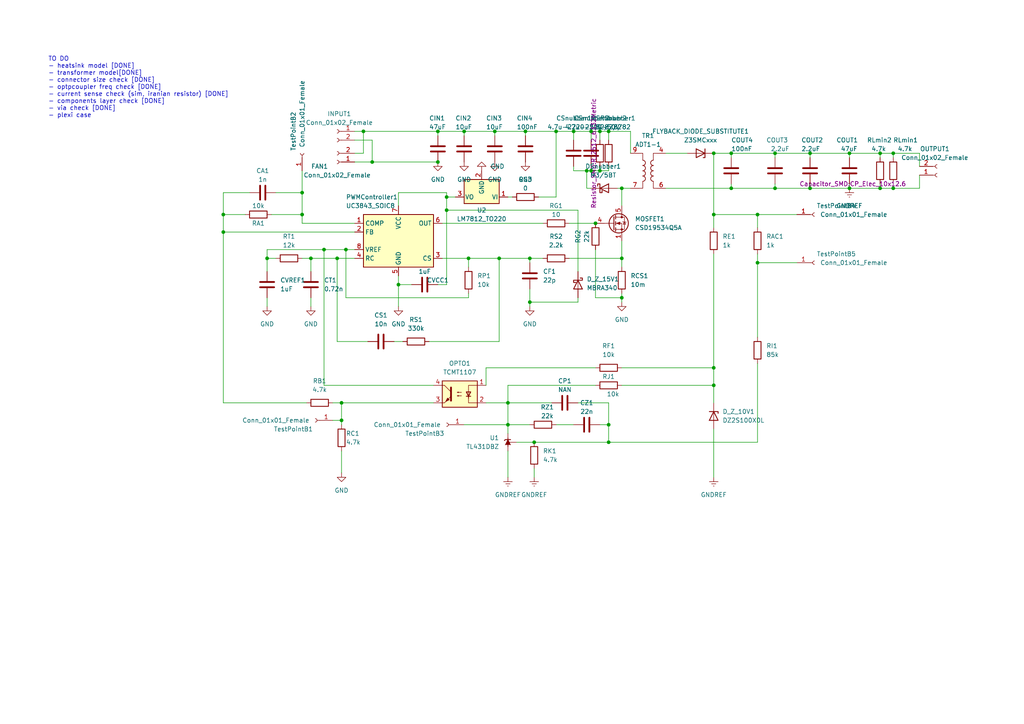
<source format=kicad_sch>
(kicad_sch (version 20211123) (generator eeschema)
  (paper "A4")
  (lib_symbols
    (symbol "Connector:Conn_01x01_Female" (pin_names (offset 1.016) hide)
      (property "Reference" "J" (at 0 2.54 0))
      (property "Value" "Conn_01x01_Female" (at 0 -2.54 0))
      (symbol "Conn_01x01_Female_1_1"
        (polyline (pts (xy -1.27 0) (xy -0.508 0)) (stroke (width 0.1524)))
        (arc (start 0 0.508) (mid -0.508 0) (end 0 -0.508) (stroke (width 0.1524)))
        (pin passive line (at -5.08 0 0) (length 3.81) (name "Pin_1") (number "1"))
      )
    )
    (symbol "Connector:Conn_01x02_Female" (pin_names (offset 1.016) hide)
      (property "Reference" "J" (at 0 2.54 0))
      (property "Value" "Conn_01x02_Female" (at 0 -5.08 0))
      (symbol "Conn_01x02_Female_1_1"
        (arc (start 0 -2.032) (mid -0.508 -2.54) (end 0 -3.048) (stroke (width 0.1524)))
        (polyline (pts (xy -1.27 -2.54) (xy -0.508 -2.54)) (stroke (width 0.1524)))
        (polyline (pts (xy -1.27 0) (xy -0.508 0)) (stroke (width 0.1524)))
        (arc (start 0 0.508) (mid -0.508 0) (end 0 -0.508) (stroke (width 0.1524)))
        (pin passive line (at -5.08 0 0) (length 3.81) (name "Pin_1") (number "1"))
        (pin passive line (at -5.08 -2.54 0) (length 3.81) (name "Pin_2") (number "2"))
      )
    )
    (symbol "Device:C" (pin_numbers hide) (pin_names (offset 0.254))
      (property "Reference" "C" (at 0.635 2.54 0))
      (property "Value" "C" (at 0.635 -2.54 0))
      (symbol "C_0_1"
        (polyline (pts (xy -2.032 -0.762) (xy 2.032 -0.762)) (stroke (width 0.508)))
        (polyline (pts (xy -2.032 0.762) (xy 2.032 0.762)) (stroke (width 0.508)))
      )
      (symbol "C_1_1"
        (pin passive line (at 0 3.81 270) (length 2.794) (name "~") (number "1"))
        (pin passive line (at 0 -3.81 90) (length 2.794) (name "~") (number "2"))
      )
    )
    (symbol "Device:R" (pin_numbers hide) (pin_names (offset 0))
      (property "Reference" "R" (at 2.032 0 90))
      (property "Value" "R" (at 0 0 90))
      (symbol "R_0_1"
        (rectangle (start -1.016 -2.54) (end 1.016 2.54) (stroke (width 0.254)))
      )
      (symbol "R_1_1"
        (pin passive line (at 0 3.81 270) (length 1.27) (name "~") (number "1"))
        (pin passive line (at 0 -3.81 90) (length 1.27) (name "~") (number "2"))
      )
    )
    (symbol "Diode:DZ2S100X0L" (pin_numbers hide) (pin_names hide)
      (property "Reference" "D" (at 0 2.54 0))
      (property "Value" "DZ2S100X0L" (at 0 -2.54 0))
      (symbol "DZ2S100X0L_0_1"
        (polyline (pts (xy 1.27 0) (xy -1.27 0)))
        (polyline (pts (xy -1.27 -1.27) (xy -1.27 1.27) (xy -0.762 1.27)) (stroke (width 0.254)))
        (polyline (pts (xy 1.27 -1.27) (xy 1.27 1.27) (xy -1.27 0) (xy 1.27 -1.27)) (stroke (width 0.254)))
      )
      (symbol "DZ2S100X0L_1_1"
        (pin passive line (at -3.81 0 0) (length 2.54) (name "K") (number "1"))
        (pin passive line (at 3.81 0 180) (length 2.54) (name "A") (number "2"))
      )
    )
    (symbol "Diode:MBRA340" (pin_numbers hide) (pin_names hide)
      (property "Reference" "D" (at 0 2.54 0))
      (property "Value" "MBRA340" (at 0 -2.54 0))
      (symbol "MBRA340_0_1"
        (polyline (pts (xy 1.27 0) (xy -1.27 0)))
        (polyline (pts (xy 1.27 1.27) (xy 1.27 -1.27) (xy -1.27 0) (xy 1.27 1.27)) (stroke (width 0.254)))
        (polyline (pts (xy -1.905 0.635) (xy -1.905 1.27) (xy -1.27 1.27) (xy -1.27 -1.27) (xy -0.635 -1.27) (xy -0.635 -0.635)) (stroke (width 0.254)))
      )
      (symbol "MBRA340_1_1"
        (pin passive line (at -3.81 0 0) (length 2.54) (name "K") (number "1"))
        (pin passive line (at 3.81 0 180) (length 2.54) (name "A") (number "2"))
      )
    )
    (symbol "Diode:Z3SMCxxx" (pin_numbers hide) (pin_names hide)
      (property "Reference" "D" (at 0 2.54 0))
      (property "Value" "Z3SMCxxx" (at 0 -2.54 0))
      (symbol "Z3SMCxxx_0_1"
        (polyline (pts (xy 1.27 0) (xy -1.27 0)))
        (polyline (pts (xy -1.27 -1.27) (xy -1.27 1.27) (xy -0.762 1.27)) (stroke (width 0.254)))
        (polyline (pts (xy 1.27 -1.27) (xy 1.27 1.27) (xy -1.27 0) (xy 1.27 -1.27)) (stroke (width 0.254)))
      )
      (symbol "Z3SMCxxx_1_1"
        (pin passive line (at -3.81 0 0) (length 2.54) (name "K") (number "1"))
        (pin passive line (at 3.81 0 180) (length 2.54) (name "A") (number "2"))
      )
    )
    (symbol "Isolator:TCMT1107" (pin_names (offset 1.016))
      (property "Reference" "U" (at 0 5.08 0))
      (property "Value" "TCMT1107" (at 0 -5.08 0))
      (symbol "TCMT1107_1_1"
        (rectangle (start -5.08 3.81) (end 5.08 -3.81) (stroke (width 0.254)) (fill (type background)))
        (polyline (pts (xy -3.175 -0.635) (xy -1.905 -0.635)) (stroke (width 0.254)))
        (polyline (pts (xy 2.54 0.635) (xy 4.445 2.54)))
        (polyline (pts (xy 4.445 -2.54) (xy 2.54 -0.635)) (fill (type outline)))
        (polyline (pts (xy 4.445 -2.54) (xy 5.08 -2.54)))
        (polyline (pts (xy 4.445 2.54) (xy 5.08 2.54)))
        (polyline (pts (xy -2.54 -0.635) (xy -2.54 -2.54) (xy -5.08 -2.54)))
        (polyline (pts (xy 2.54 1.905) (xy 2.54 -1.905) (xy 2.54 -1.905)) (stroke (width 0.508)))
        (polyline (pts (xy -5.08 2.54) (xy -2.54 2.54) (xy -2.54 -1.27) (xy -2.54 0.635)))
        (polyline (pts (xy -2.54 -0.635) (xy -3.175 0.635) (xy -1.905 0.635) (xy -2.54 -0.635)) (stroke (width 0.254)))
        (polyline (pts (xy -0.508 -0.508) (xy 0.762 -0.508) (xy 0.381 -0.635) (xy 0.381 -0.381) (xy 0.762 -0.508)))
        (polyline (pts (xy -0.508 0.508) (xy 0.762 0.508) (xy 0.381 0.381) (xy 0.381 0.635) (xy 0.762 0.508)))
        (polyline (pts (xy 3.048 -1.651) (xy 3.556 -1.143) (xy 4.064 -2.159) (xy 3.048 -1.651) (xy 3.048 -1.651)) (fill (type outline)))
        (pin passive line (at -7.62 2.54 0) (length 2.54) (name "~") (number "1"))
        (pin passive line (at -7.62 -2.54 0) (length 2.54) (name "~") (number "2"))
        (pin passive line (at 7.62 -2.54 180) (length 2.54) (name "~") (number "3"))
        (pin passive line (at 7.62 2.54 180) (length 2.54) (name "~") (number "4"))
      )
    )
    (symbol "Reference_Voltage:TL431DBZ" (pin_numbers hide) (pin_names hide)
      (property "Reference" "U" (at -2.54 2.54 0))
      (property "Value" "TL431DBZ" (at 0 -2.54 0))
      (symbol "TL431DBZ_0_1"
        (polyline (pts (xy -1.27 0) (xy 0 0) (xy 1.27 0)))
        (polyline (pts (xy -0.762 0.762) (xy 0.762 0) (xy -0.762 -0.762)) (fill (type outline)))
        (polyline (pts (xy 0.508 -1.016) (xy 0.762 -0.762) (xy 0.762 0.762) (xy 0.762 0.762)) (stroke (width 0.254)))
      )
      (symbol "TL431DBZ_1_1"
        (pin passive line (at 2.54 0 180) (length 2.54) (name "K") (number "1"))
        (pin passive line (at 0 2.54 270) (length 2.54) (name "REF") (number "2"))
        (pin passive line (at -2.54 0 0) (length 2.54) (name "A") (number "3"))
      )
    )
    (symbol "Regulator_Controller:UC3843_SOIC8"
      (property "Reference" "U" (at 3.81 11.43 0))
      (property "Value" "UC3843_SOIC8" (at 3.81 8.89 0))
      (symbol "UC3843_SOIC8_0_1"
        (rectangle (start -10.16 -7.62) (end 10.16 7.62) (stroke (width 0.254)) (fill (type background)))
      )
      (symbol "UC3843_SOIC8_1_1"
        (pin passive line (at -12.7 5.08 0) (length 2.54) (name "COMP") (number "1"))
        (pin input line (at -12.7 2.54 0) (length 2.54) (name "FB") (number "2"))
        (pin input line (at 12.7 -5.08 180) (length 2.54) (name "CS") (number "3"))
        (pin passive line (at -12.7 -5.08 0) (length 2.54) (name "RC") (number "4"))
        (pin power_in line (at 0 -10.16 90) (length 2.54) (name "GND") (number "5"))
        (pin output line (at 12.7 5.08 180) (length 2.54) (name "OUT") (number "6"))
        (pin power_in line (at 0 10.16 270) (length 2.54) (name "VCC") (number "7"))
        (pin power_out line (at -12.7 -2.54 0) (length 2.54) (name "VREF") (number "8"))
      )
    )
    (symbol "Regulator_Linear:LM7812_TO220" (pin_names (offset 0.254))
      (property "Reference" "U" (at -3.81 3.175 0))
      (property "Value" "LM7812_TO220" (at 0 3.175 0))
      (symbol "LM7812_TO220_0_1"
        (rectangle (start -5.08 1.905) (end 5.08 -5.08) (stroke (width 0.254)) (fill (type background)))
      )
      (symbol "LM7812_TO220_1_1"
        (pin power_in line (at -7.62 0 0) (length 2.54) (name "VI") (number "1"))
        (pin power_in line (at 0 -7.62 90) (length 2.54) (name "GND") (number "2"))
        (pin power_out line (at 7.62 0 180) (length 2.54) (name "VO") (number "3"))
      )
    )
    (symbol "Transformer:ADT1-1" (pin_names hide)
      (property "Reference" "TR1" (at 0 10.16 0))
      (property "Value" "ADT1-1" (at 0 7.62 0))
      (symbol "ADT1-1_0_1"
        (arc (start -1.524 -3.048) (mid -0.762 -2.286) (end -1.524 -1.524) (stroke (width 0.2032)))
        (arc (start -1.524 -1.524) (mid -0.762 -0.762) (end -1.524 0) (stroke (width 0.2032)))
        (arc (start -1.524 0) (mid -0.762 0.762) (end -1.524 1.524) (stroke (width 0.2032)))
        (arc (start -1.524 1.524) (mid -0.762 2.286) (end -1.524 3.048) (stroke (width 0.2032)))
        (polyline (pts (xy -2.54 5.08) (xy -1.524 5.08) (xy -1.524 3.048)) (stroke (width 0.1524)))
        (polyline (pts (xy -1.524 -3.048) (xy -1.524 -5.08) (xy -2.54 -5.08)) (stroke (width 0.1524)))
        (polyline (pts (xy 1.524 3.048) (xy 1.524 5.08) (xy 2.54 5.08)) (stroke (width 0.1524)))
        (polyline (pts (xy 2.54 -5.08) (xy 1.524 -5.08) (xy 1.524 -3.048)) (stroke (width 0.1524)))
        (arc (start 1.524 -1.524) (mid 0.762 -2.286) (end 1.524 -3.048) (stroke (width 0.2032)))
        (arc (start 1.524 0) (mid 0.762 -0.762) (end 1.524 -1.524) (stroke (width 0.2032)))
        (arc (start 1.524 1.524) (mid 0.762 0.762) (end 1.524 0) (stroke (width 0.2032)))
        (arc (start 1.524 3.048) (mid 0.762 2.286) (end 1.524 1.524) (stroke (width 0.2032)))
      )
      (symbol "ADT1-1_1_1"
        (pin passive line (at 5.08 5.08 180) (length 2.54) (name "w~") (number "4"))
        (pin passive line (at 5.08 -5.08 180) (length 2.54) (name "~") (number "6"))
        (pin passive line (at -5.08 -5.08 0) (length 2.54) (name "~") (number "7"))
        (pin passive line (at -5.08 5.08 0) (length 2.54) (name "~") (number "9"))
      )
    )
    (symbol "Transistor_FET:CSD19534Q5A" (pin_names hide)
      (property "Reference" "MOSFET1" (at 6.35 1.2701 0))
      (property "Value" "CSD19534Q5A" (at 6.35 -1.2699 0))
      (symbol "CSD19534Q5A_0_1"
        (polyline (pts (xy 0.254 0) (xy -2.54 0)))
        (polyline (pts (xy 0.254 1.905) (xy 0.254 -1.905)) (stroke (width 0.254)))
        (polyline (pts (xy 0.762 -1.27) (xy 0.762 -2.286)) (stroke (width 0.254)))
        (polyline (pts (xy 0.762 0.508) (xy 0.762 -0.508)) (stroke (width 0.254)))
        (polyline (pts (xy 0.762 2.286) (xy 0.762 1.27)) (stroke (width 0.254)))
        (polyline (pts (xy 2.54 2.54) (xy 2.54 1.778)))
        (polyline (pts (xy 2.54 -2.54) (xy 2.54 0) (xy 0.762 0)))
        (polyline (pts (xy 0.762 -1.778) (xy 3.302 -1.778) (xy 3.302 1.778) (xy 0.762 1.778)))
        (polyline (pts (xy 1.016 0) (xy 2.032 0.381) (xy 2.032 -0.381) (xy 1.016 0)) (fill (type outline)))
        (polyline (pts (xy 2.794 0.508) (xy 2.921 0.381) (xy 3.683 0.381) (xy 3.81 0.254)))
        (polyline (pts (xy 3.302 0.381) (xy 2.921 -0.254) (xy 3.683 -0.254) (xy 3.302 0.381)))
        (circle (center 1.651 0) (radius 2.794) (stroke (width 0.254)))
        (circle (center 2.54 -1.778) (radius 0.254) (fill (type outline)))
        (circle (center 2.54 1.778) (radius 0.254) (fill (type outline)))
      )
      (symbol "CSD19534Q5A_1_1"
        (pin passive line (at 2.54 -5.08 90) (length 2.54) (name "S") (number "1"))
        (pin passive line (at -5.08 0 0) (length 2.54) (name "G") (number "4"))
        (pin passive line (at 2.54 5.08 270) (length 2.54) (name "D") (number "5"))
      )
    )
    (symbol "power:GND" (power) (pin_names (offset 0))
      (property "Value" "GND" (at 0 -3.81 0))
      (symbol "GND_0_1"
        (polyline (pts (xy 0 0) (xy 0 -1.27) (xy 1.27 -1.27) (xy 0 -2.54) (xy -1.27 -1.27) (xy 0 -1.27)))
      )
      (symbol "GND_1_1"
        (pin power_in line (at 0 0 270) (length 0) hide (name "GND") (number "1"))
      )
    )
    (symbol "power:GNDREF" (power) (pin_names (offset 0))
      (property "Value" "GNDREF" (at 0 -3.81 0))
      (symbol "GNDREF_0_1"
        (polyline (pts (xy -0.635 -1.905) (xy 0.635 -1.905)))
        (polyline (pts (xy -0.127 -2.54) (xy 0.127 -2.54)))
        (polyline (pts (xy 0 -1.27) (xy 0 0)))
        (polyline (pts (xy 1.27 -1.27) (xy -1.27 -1.27)))
      )
      (symbol "GNDREF_1_1"
        (pin power_in line (at 0 0 270) (length 0) hide (name "GNDREF") (number "1"))
      )
    )
  )
  (junction (at 173.99 38.1))
  (junction (at 100.33 72.39))
  (junction (at 259.08 44.45))
  (junction (at 147.32 116.84))
  (junction (at 255.27 44.45))
  (junction (at 135.89 74.93))
  (junction (at 144.78 74.93))
  (junction (at 219.71 76.2))
  (junction (at 129.54 57.15))
  (junction (at 176.53 123.19))
  (junction (at 246.38 44.45))
  (junction (at 180.34 74.93))
  (junction (at 161.29 38.1))
  (junction (at 107.95 46.99))
  (junction (at 207.01 111.76))
  (junction (at 207.01 44.45))
  (junction (at 127 38.1))
  (junction (at 224.79 54.61))
  (junction (at 255.27 54.61))
  (junction (at 129.54 60.96))
  (junction (at 166.37 38.1))
  (junction (at 134.62 38.1))
  (junction (at 152.4 38.1))
  (junction (at 259.08 54.61))
  (junction (at 153.67 74.93))
  (junction (at 219.71 62.23))
  (junction (at 212.09 54.61))
  (junction (at 105.41 38.1))
  (junction (at 171.45 49.53))
  (junction (at 154.94 128.27))
  (junction (at 180.34 54.61))
  (junction (at 180.34 86.36))
  (junction (at 171.45 38.1))
  (junction (at 87.63 62.23))
  (junction (at 90.17 74.93))
  (junction (at 93.98 72.39))
  (junction (at 246.38 54.61))
  (junction (at 87.63 55.88))
  (junction (at 234.95 44.45))
  (junction (at 170.18 49.53))
  (junction (at 99.06 121.92))
  (junction (at 176.53 128.27))
  (junction (at 234.95 54.61))
  (junction (at 176.53 38.1))
  (junction (at 77.47 74.93))
  (junction (at 127 46.99))
  (junction (at 143.51 38.1))
  (junction (at 207.01 106.68))
  (junction (at 153.67 87.63))
  (junction (at 207.01 62.23))
  (junction (at 115.57 82.55))
  (junction (at 64.77 67.31))
  (junction (at 172.72 64.77))
  (junction (at 212.09 44.45))
  (junction (at 224.79 44.45))
  (junction (at 173.99 49.53))
  (junction (at 97.79 74.93))
  (junction (at 147.32 123.19))
  (junction (at 99.06 116.84))
  (junction (at 64.77 62.23))
  (wire (pts (xy 147.32 57.15) (xy 148.59 57.15)))
  (wire (pts (xy 255.27 44.45) (xy 259.08 44.45)))
  (wire (pts (xy 100.33 86.36) (xy 135.89 86.36)))
  (wire (pts (xy 176.53 128.27) (xy 154.94 128.27)))
  (wire (pts (xy 102.87 44.45) (xy 105.41 44.45)))
  (wire (pts (xy 219.71 76.2) (xy 231.14 76.2)))
  (wire (pts (xy 207.01 62.23) (xy 207.01 66.04)))
  (wire (pts (xy 180.34 69.85) (xy 180.34 74.93)))
  (wire (pts (xy 102.87 38.1) (xy 105.41 38.1)))
  (wire (pts (xy 167.64 86.36) (xy 167.64 87.63)))
  (wire (pts (xy 125.73 111.76) (xy 93.98 111.76)))
  (wire (pts (xy 147.32 123.19) (xy 147.32 116.84)))
  (wire (pts (xy 100.33 86.36) (xy 100.33 72.39)))
  (wire (pts (xy 77.47 74.93) (xy 77.47 72.39)))
  (wire (pts (xy 90.17 74.93) (xy 97.79 74.93)))
  (wire (pts (xy 78.74 62.23) (xy 87.63 62.23)))
  (wire (pts (xy 219.71 62.23) (xy 219.71 66.04)))
  (wire (pts (xy 115.57 82.55) (xy 115.57 88.9)))
  (wire (pts (xy 64.77 62.23) (xy 64.77 67.31)))
  (wire (pts (xy 212.09 54.61) (xy 224.79 54.61)))
  (wire (pts (xy 127 38.1) (xy 134.62 38.1)))
  (wire (pts (xy 180.34 85.09) (xy 180.34 86.36)))
  (wire (pts (xy 207.01 44.45) (xy 212.09 44.45)))
  (wire (pts (xy 87.63 74.93) (xy 90.17 74.93)))
  (wire (pts (xy 180.34 111.76) (xy 207.01 111.76)))
  (wire (pts (xy 176.53 38.1) (xy 182.88 38.1)))
  (wire (pts (xy 127 82.55) (xy 129.54 82.55)))
  (wire (pts (xy 140.97 106.68) (xy 140.97 111.76)))
  (wire (pts (xy 105.41 38.1) (xy 127 38.1)))
  (wire (pts (xy 147.32 116.84) (xy 140.97 116.84)))
  (wire (pts (xy 140.97 106.68) (xy 172.72 106.68)))
  (wire (pts (xy 224.79 54.61) (xy 234.95 54.61)))
  (wire (pts (xy 88.9 116.84) (xy 64.77 116.84)))
  (wire (pts (xy 259.08 53.34) (xy 259.08 54.61)))
  (wire (pts (xy 161.29 57.15) (xy 161.29 38.1)))
  (wire (pts (xy 124.46 99.06) (xy 144.78 99.06)))
  (wire (pts (xy 176.53 123.19) (xy 176.53 116.84)))
  (wire (pts (xy 64.77 62.23) (xy 71.12 62.23)))
  (wire (pts (xy 143.51 38.1) (xy 152.4 38.1)))
  (wire (pts (xy 234.95 44.45) (xy 234.95 45.72)))
  (wire (pts (xy 64.77 55.88) (xy 64.77 62.23)))
  (wire (pts (xy 219.71 76.2) (xy 219.71 97.79)))
  (wire (pts (xy 90.17 86.36) (xy 90.17 88.9)))
  (wire (pts (xy 90.17 74.93) (xy 90.17 78.74)))
  (wire (pts (xy 246.38 45.72) (xy 246.38 44.45)))
  (wire (pts (xy 224.79 53.34) (xy 224.79 54.61)))
  (wire (pts (xy 259.08 44.45) (xy 266.7 44.45)))
  (wire (pts (xy 224.79 45.72) (xy 224.79 44.45)))
  (wire (pts (xy 152.4 38.1) (xy 161.29 38.1)))
  (wire (pts (xy 266.7 50.8) (xy 266.7 54.61)))
  (wire (pts (xy 212.09 44.45) (xy 224.79 44.45)))
  (wire (pts (xy 207.01 124.46) (xy 207.01 138.43)))
  (wire (pts (xy 147.32 123.19) (xy 153.67 123.19)))
  (wire (pts (xy 172.72 72.39) (xy 172.72 86.36)))
  (wire (pts (xy 246.38 54.61) (xy 246.38 53.34)))
  (wire (pts (xy 234.95 44.45) (xy 246.38 44.45)))
  (wire (pts (xy 93.98 72.39) (xy 100.33 72.39)))
  (wire (pts (xy 193.04 44.45) (xy 199.39 44.45)))
  (wire (pts (xy 102.87 40.64) (xy 107.95 40.64)))
  (wire (pts (xy 87.63 55.88) (xy 87.63 62.23)))
  (wire (pts (xy 96.52 121.92) (xy 99.06 121.92)))
  (wire (pts (xy 115.57 59.69) (xy 115.57 55.88)))
  (wire (pts (xy 99.06 121.92) (xy 99.06 123.19)))
  (wire (pts (xy 219.71 62.23) (xy 231.14 62.23)))
  (wire (pts (xy 80.01 55.88) (xy 87.63 55.88)))
  (wire (pts (xy 96.52 116.84) (xy 99.06 116.84)))
  (wire (pts (xy 212.09 53.34) (xy 212.09 54.61)))
  (wire (pts (xy 144.78 74.93) (xy 153.67 74.93)))
  (wire (pts (xy 143.51 38.1) (xy 143.51 39.37)))
  (wire (pts (xy 161.29 38.1) (xy 166.37 38.1)))
  (wire (pts (xy 102.87 46.99) (xy 107.95 46.99)))
  (wire (pts (xy 134.62 123.19) (xy 147.32 123.19)))
  (wire (pts (xy 180.34 54.61) (xy 182.88 54.61)))
  (wire (pts (xy 102.87 64.77) (xy 87.63 64.77)))
  (wire (pts (xy 255.27 53.34) (xy 255.27 54.61)))
  (wire (pts (xy 246.38 54.61) (xy 255.27 54.61)))
  (wire (pts (xy 156.21 57.15) (xy 161.29 57.15)))
  (wire (pts (xy 115.57 55.88) (xy 129.54 55.88)))
  (wire (pts (xy 193.04 54.61) (xy 212.09 54.61)))
  (wire (pts (xy 171.45 38.1) (xy 171.45 40.64)))
  (wire (pts (xy 172.72 86.36) (xy 180.34 86.36)))
  (wire (pts (xy 173.99 49.53) (xy 171.45 49.53)))
  (wire (pts (xy 153.67 87.63) (xy 153.67 88.9)))
  (wire (pts (xy 97.79 99.06) (xy 97.79 74.93)))
  (wire (pts (xy 255.27 44.45) (xy 255.27 45.72)))
  (wire (pts (xy 135.89 85.09) (xy 135.89 86.36)))
  (wire (pts (xy 127 38.1) (xy 127 39.37)))
  (wire (pts (xy 207.01 73.66) (xy 207.01 106.68)))
  (wire (pts (xy 170.18 49.53) (xy 166.37 49.53)))
  (wire (pts (xy 234.95 54.61) (xy 246.38 54.61)))
  (wire (pts (xy 115.57 82.55) (xy 119.38 82.55)))
  (wire (pts (xy 152.4 38.1) (xy 152.4 39.37)))
  (wire (pts (xy 219.71 128.27) (xy 176.53 128.27)))
  (wire (pts (xy 80.01 74.93) (xy 77.47 74.93)))
  (wire (pts (xy 147.32 123.19) (xy 147.32 125.73)))
  (wire (pts (xy 154.94 135.89) (xy 154.94 138.43)))
  (wire (pts (xy 87.63 62.23) (xy 87.63 64.77)))
  (wire (pts (xy 93.98 111.76) (xy 93.98 72.39)))
  (wire (pts (xy 97.79 74.93) (xy 102.87 74.93)))
  (wire (pts (xy 149.86 128.27) (xy 154.94 128.27)))
  (wire (pts (xy 72.39 55.88) (xy 64.77 55.88)))
  (wire (pts (xy 114.3 99.06) (xy 116.84 99.06)))
  (wire (pts (xy 129.54 57.15) (xy 129.54 60.96)))
  (wire (pts (xy 171.45 54.61) (xy 170.18 54.61)))
  (wire (pts (xy 77.47 72.39) (xy 93.98 72.39)))
  (wire (pts (xy 212.09 45.72) (xy 212.09 44.45)))
  (wire (pts (xy 77.47 86.36) (xy 77.47 88.9)))
  (wire (pts (xy 99.06 130.81) (xy 99.06 137.16)))
  (wire (pts (xy 77.47 74.93) (xy 77.47 78.74)))
  (wire (pts (xy 147.32 111.76) (xy 172.72 111.76)))
  (wire (pts (xy 176.53 49.53) (xy 173.99 49.53)))
  (wire (pts (xy 259.08 54.61) (xy 266.7 54.61)))
  (wire (pts (xy 224.79 44.45) (xy 234.95 44.45)))
  (wire (pts (xy 180.34 86.36) (xy 180.34 87.63)))
  (wire (pts (xy 99.06 116.84) (xy 99.06 121.92)))
  (wire (pts (xy 173.99 38.1) (xy 173.99 40.64)))
  (wire (pts (xy 147.32 116.84) (xy 147.32 111.76)))
  (wire (pts (xy 147.32 116.84) (xy 160.02 116.84)))
  (wire (pts (xy 259.08 44.45) (xy 259.08 45.72)))
  (wire (pts (xy 173.99 38.1) (xy 176.53 38.1)))
  (wire (pts (xy 171.45 49.53) (xy 170.18 49.53)))
  (wire (pts (xy 167.64 60.96) (xy 167.64 78.74)))
  (wire (pts (xy 173.99 123.19) (xy 176.53 123.19)))
  (wire (pts (xy 128.27 74.93) (xy 135.89 74.93)))
  (wire (pts (xy 176.53 123.19) (xy 176.53 128.27)))
  (wire (pts (xy 144.78 99.06) (xy 144.78 74.93)))
  (wire (pts (xy 135.89 74.93) (xy 144.78 74.93)))
  (wire (pts (xy 179.07 54.61) (xy 180.34 54.61)))
  (wire (pts (xy 234.95 53.34) (xy 234.95 54.61)))
  (wire (pts (xy 143.51 38.1) (xy 134.62 38.1)))
  (wire (pts (xy 135.89 74.93) (xy 135.89 77.47)))
  (wire (pts (xy 180.34 106.68) (xy 207.01 106.68)))
  (wire (pts (xy 105.41 44.45) (xy 105.41 38.1)))
  (wire (pts (xy 180.34 74.93) (xy 180.34 77.47)))
  (wire (pts (xy 100.33 72.39) (xy 102.87 72.39)))
  (wire (pts (xy 129.54 60.96) (xy 129.54 82.55)))
  (wire (pts (xy 153.67 74.93) (xy 153.67 76.2)))
  (wire (pts (xy 161.29 123.19) (xy 166.37 123.19)))
  (wire (pts (xy 170.18 49.53) (xy 170.18 54.61)))
  (wire (pts (xy 207.01 106.68) (xy 207.01 111.76)))
  (wire (pts (xy 176.53 38.1) (xy 176.53 40.64)))
  (wire (pts (xy 207.01 62.23) (xy 219.71 62.23)))
  (wire (pts (xy 106.68 99.06) (xy 97.79 99.06)))
  (wire (pts (xy 157.48 74.93) (xy 153.67 74.93)))
  (wire (pts (xy 219.71 73.66) (xy 219.71 76.2)))
  (wire (pts (xy 180.34 59.69) (xy 180.34 54.61)))
  (wire (pts (xy 153.67 83.82) (xy 153.67 87.63)))
  (wire (pts (xy 266.7 48.26) (xy 266.7 44.45)))
  (wire (pts (xy 128.27 64.77) (xy 157.48 64.77)))
  (wire (pts (xy 255.27 54.61) (xy 259.08 54.61)))
  (wire (pts (xy 115.57 80.01) (xy 115.57 82.55)))
  (wire (pts (xy 207.01 111.76) (xy 207.01 116.84)))
  (wire (pts (xy 87.63 49.53) (xy 87.63 55.88)))
  (wire (pts (xy 165.1 74.93) (xy 180.34 74.93)))
  (wire (pts (xy 153.67 87.63) (xy 167.64 87.63)))
  (wire (pts (xy 176.53 116.84) (xy 167.64 116.84)))
  (wire (pts (xy 171.45 48.26) (xy 171.45 49.53)))
  (wire (pts (xy 173.99 48.26) (xy 173.99 49.53)))
  (wire (pts (xy 176.53 48.26) (xy 176.53 49.53)))
  (wire (pts (xy 219.71 105.41) (xy 219.71 128.27)))
  (wire (pts (xy 125.73 116.84) (xy 99.06 116.84)))
  (wire (pts (xy 246.38 44.45) (xy 255.27 44.45)))
  (wire (pts (xy 167.64 60.96) (xy 129.54 60.96)))
  (wire (pts (xy 166.37 38.1) (xy 166.37 40.64)))
  (wire (pts (xy 102.87 67.31) (xy 64.77 67.31)))
  (wire (pts (xy 147.32 130.81) (xy 147.32 138.43)))
  (wire (pts (xy 166.37 38.1) (xy 171.45 38.1)))
  (wire (pts (xy 107.95 40.64) (xy 107.95 46.99)))
  (wire (pts (xy 129.54 55.88) (xy 129.54 57.15)))
  (wire (pts (xy 64.77 116.84) (xy 64.77 67.31)))
  (wire (pts (xy 182.88 38.1) (xy 182.88 44.45)))
  (wire (pts (xy 207.01 44.45) (xy 207.01 62.23)))
  (wire (pts (xy 171.45 38.1) (xy 173.99 38.1)))
  (wire (pts (xy 165.1 64.77) (xy 172.72 64.77)))
  (wire (pts (xy 134.62 38.1) (xy 134.62 39.37)))
  (wire (pts (xy 129.54 57.15) (xy 132.08 57.15)))
  (wire (pts (xy 107.95 46.99) (xy 127 46.99)))
  (wire (pts (xy 166.37 49.53) (xy 166.37 48.26)))
  (text "TO DO\n- heatsink model [DONE]\n- transformer model[DONE]\n- connector size check [DONE]\n- optpcoupler freq check [DONE]\n- current sense check (sim, iranian resistor) [DONE]\n- components layer check [DONE]\n- via check [DONE]\n- plexi case\n" (at 13.97 34.29 0) (effects (font (size 1.27 1.27)) (justify left bottom)))
  (symbol (lib_id "power:GNDREF") (at 147.32 138.43 0) (unit 1)
    (property "Reference" "#PWR0110" (effects hide))
    (property "Value" "GNDREF" (at 147.32 143.51 0))
  )
  (symbol (lib_id "Device:C") (at 134.62 43.18 0) (unit 1)
    (property "Reference" "CIN2" (at 132.08 34.29 0) (effects (justify left)))
    (property "Value" "10uF" (at 132.08 36.83 0) (effects (justify left)))
    (property "Footprint" "Capacitor_SMD:C_1206_3216Metric_Pad1.33x1.80mm_HandSolder" (effects hide))
  )
  (symbol (lib_id "Device:C") (at 212.09 49.53 0) (unit 1)
    (property "Reference" "COUT4" (at 212.09 40.64 0) (effects (justify left)))
    (property "Value" "100nF" (at 212.09 43.18 0) (effects (justify left)))
    (property "Footprint" "Capacitor_SMD:C_1210_3225Metric_Pad1.33x2.70mm_HandSolder" (effects hide))
  )
  (symbol (lib_id "Device:C") (at 224.79 49.53 0) (unit 1)
    (property "Reference" "COUT3" (at 222.25 40.64 0) (effects (justify left)))
    (property "Value" "2.2uF" (at 223.52 43.18 0) (effects (justify left)))
    (property "Footprint" "Capacitor_SMD:C_1210_3225Metric_Pad1.33x2.70mm_HandSolder" (effects hide))
  )
  (symbol (lib_id "power:GND") (at 90.17 88.9 0) (unit 1)
    (property "Reference" "#PWR0105" (effects hide))
    (property "Value" "GND" (at 90.17 93.98 0))
  )
  (symbol (lib_id "Diode:DZ2S100X0L") (at 207.01 120.65 270) (unit 1)
    (property "Reference" "D_Z_10V1" (at 209.55 119.3799 90) (effects (justify left)))
    (property "Value" "DZ2S100X0L" (at 209.55 121.9199 90) (effects (justify left)))
    (property "Footprint" "Diode_SMD:D_SOD-123" (effects hide))
    (property "Datasheet" "https://industrial.panasonic.com/content/data/SC/ds/ds4/DZ2S10000L_E.pdf" (effects hide))
  )
  (symbol (lib_id "Device:R") (at 92.71 116.84 90) (unit 1)
    (property "Reference" "RB1" (at 92.71 110.49 90))
    (property "Value" "4.7k" (at 92.71 113.03 90))
    (property "Footprint" "Resistor_SMD:R_0805_2012Metric_Pad1.20x1.40mm_HandSolder" (effects hide))
  )
  (symbol (lib_id "Device:C") (at 152.4 43.18 0) (unit 1)
    (property "Reference" "CIN4" (at 149.86 34.29 0) (effects (justify left)))
    (property "Value" "100nF" (at 149.86 36.83 0) (effects (justify left)))
    (property "Footprint" "Capacitor_SMD:C_1206_3216Metric_Pad1.33x1.80mm_HandSolder" (effects hide))
  )
  (symbol (lib_id "Device:R") (at 219.71 69.85 0) (unit 1)
    (property "Reference" "RAC1" (at 222.25 68.5799 0) (effects (justify left)))
    (property "Value" "1k" (at 222.25 71.1199 0) (effects (justify left)))
    (property "Footprint" "Resistor_SMD:R_0805_2012Metric_Pad1.20x1.40mm_HandSolder" (effects hide))
  )
  (symbol (lib_id "Connector:Conn_01x01_Female") (at 236.22 76.2 0) (mirror x) (unit 1)
    (property "Reference" "TestPointB5" (at 242.57 73.66 0))
    (property "Value" "Conn_01x01_Female" (at 247.65 76.2 0))
    (property "Footprint" "kutup:TestPoint_THTPad_2.0x2.0mm_Drill1.0mm" (effects hide))
  )
  (symbol (lib_id "Device:R") (at 152.4 57.15 90) (unit 1)
    (property "Reference" "RG3" (at 152.4 52.07 90))
    (property "Value" "0" (at 152.4 54.61 90))
    (property "Footprint" "Resistor_SMD:R_1206_3216Metric" (effects hide))
  )
  (symbol (lib_id "Device:C") (at 76.2 55.88 90) (unit 1)
    (property "Reference" "CA1" (at 76.2 49.53 90))
    (property "Value" "1n" (at 76.2 52.07 90))
    (property "Footprint" "Capacitor_SMD:C_0805_2012Metric_Pad1.18x1.45mm_HandSolder" (effects hide))
  )
  (symbol (lib_id "Device:C") (at 170.18 123.19 90) (unit 1)
    (property "Reference" "CZ1" (at 170.18 116.84 90))
    (property "Value" "22n" (at 170.18 119.38 90))
    (property "Footprint" "Capacitor_SMD:C_0805_2012Metric_Pad1.18x1.45mm_HandSolder" (effects hide))
  )
  (symbol (lib_id "Diode:Z3SMCxxx") (at 203.2 44.45 180) (unit 1)
    (property "Reference" "FLYBACK_DIODE_SUBSTITUTE1" (at 203.2 38.1 0))
    (property "Value" "Z3SMCxxx" (at 203.2 40.64 0))
    (property "Footprint" "Diode_SMD:D_SMC_Handsoldering" (effects hide))
    (property "Datasheet" "https://diotec.com/tl_files/diotec/files/pdf/datasheets/z3smc1.pdf" (effects hide))
  )
  (symbol (lib_id "Device:R") (at 99.06 127 0) (unit 1)
    (property "Reference" "RC1" (at 100.33 125.73 0) (effects (justify left)))
    (property "Value" "4.7k" (at 100.33 128.27 0) (effects (justify left)))
    (property "Footprint" "Resistor_SMD:R_0805_2012Metric_Pad1.20x1.40mm_HandSolder" (effects hide))
  )
  (symbol (lib_id "Transistor_FET:CSD19534Q5A") (at 177.8 64.77 0) (unit 1)
    (property "Reference" "MOSFET1" (at 184.15 63.4999 0) (effects (justify left)))
    (property "Value" "CSD19534Q5A" (at 184.15 66.0399 0) (effects (justify left)))
    (property "Footprint" "kutup:CSD19534Q5A" (effects hide))
    (property "Datasheet" "http://www.ti.com/lit/gpn/csd19534q5a" (effects hide))
  )
  (symbol (lib_id "Device:R") (at 219.71 101.6 0) (unit 1)
    (property "Reference" "RI1" (at 222.25 100.3299 0) (effects (justify left)))
    (property "Value" "85k" (at 222.25 102.87 0) (effects (justify left)))
    (property "Footprint" "Resistor_SMD:R_0805_2012Metric_Pad1.20x1.40mm_HandSolder" (effects hide))
  )
  (symbol (lib_id "Device:R") (at 120.65 99.06 90) (unit 1)
    (property "Reference" "RS1" (at 120.65 92.71 90))
    (property "Value" "330k" (at 120.65 95.25 90))
    (property "Footprint" "Resistor_SMD:R_0805_2012Metric_Pad1.20x1.40mm_HandSolder" (effects hide))
  )
  (symbol (lib_id "power:GND") (at 153.67 88.9 0) (unit 1)
    (property "Reference" "#PWR0104" (effects hide))
    (property "Value" "GND" (at 153.67 93.98 0))
  )
  (symbol (lib_id "Connector:Conn_01x02_Female") (at 271.78 50.8 0) (mirror x) (unit 1)
    (property "Reference" "OUTPUT1" (at 271.145 43.18 0))
    (property "Value" "Conn_01x02_Female" (at 271.145 45.72 0))
    (property "Footprint" "kutup:sevgi_konnektosu" (effects hide))
  )
  (symbol (lib_id "power:GND") (at 139.7 49.53 180) (unit 1)
    (property "Reference" "#PWR0116" (effects hide))
    (property "Value" "GND" (at 142.24 48.2599 0) (effects (justify right)))
  )
  (symbol (lib_id "power:GND") (at 180.34 87.63 0) (unit 1)
    (property "Reference" "#PWR0102" (effects hide))
    (property "Value" "GND" (at 180.34 92.71 0))
  )
  (symbol (lib_id "Device:R") (at 74.93 62.23 90) (unit 1)
    (property "Reference" "RA1" (at 74.93 64.77 90))
    (property "Value" "10k" (at 74.93 59.69 90))
    (property "Footprint" "Resistor_SMD:R_0805_2012Metric_Pad1.20x1.40mm_HandSolder" (effects hide))
  )
  (symbol (lib_id "Connector:Conn_01x02_Female") (at 97.79 38.1 0) (mirror y) (unit 1)
    (property "Reference" "INPUT1" (at 98.425 33.02 0))
    (property "Value" "Conn_01x02_Female" (at 98.425 35.56 0))
    (property "Footprint" "kutup:sevgi_konnektosu" (effects hide))
  )
  (symbol (lib_id "Device:C") (at 90.17 82.55 0) (unit 1)
    (property "Reference" "CT1" (at 93.98 81.2799 0) (effects (justify left)))
    (property "Value" "0.72n" (at 93.98 83.8199 0) (effects (justify left)))
    (property "Footprint" "Capacitor_SMD:C_0805_2012Metric_Pad1.18x1.45mm_HandSolder" (effects hide))
  )
  (symbol (lib_id "Regulator_Linear:LM7812_TO220") (at 139.7 57.15 180) (unit 1)
    (property "Reference" "U2" (at 139.7 60.96 0))
    (property "Value" "LM7812_TO220" (at 139.7 63.5 0))
    (property "Footprint" "Package_TO_SOT_SMD:TO-252-2" (effects hide))
    (property "Datasheet" "https://www.onsemi.cn/PowerSolutions/document/MC7800-D.PDF" (effects hide))
  )
  (symbol (lib_id "Device:C") (at 246.38 49.53 0) (unit 1)
    (property "Reference" "COUT1" (at 242.57 40.64 0) (effects (justify left)))
    (property "Value" "47uF" (at 243.84 43.18 0) (effects (justify left)))
    (property "Footprint" "Capacitor_SMD:CP_Elec_10x12.6" (at 247.3452 53.34 0))
  )
  (symbol (lib_id "Connector:Conn_01x01_Female") (at 91.44 121.92 0) (mirror y) (unit 1)
    (property "Reference" "TestPointB1" (at 85.09 124.46 0))
    (property "Value" "Conn_01x01_Female" (at 80.01 121.92 0))
    (property "Footprint" "kutup:TestPoint_THTPad_2.0x2.0mm_Drill1.0mm" (effects hide))
  )
  (symbol (lib_id "Device:R") (at 161.29 64.77 90) (unit 1)
    (property "Reference" "RG1" (at 161.29 59.69 90))
    (property "Value" "10" (at 161.29 62.23 90))
    (property "Footprint" "Resistor_SMD:R_0805_2012Metric_Pad1.20x1.40mm_HandSolder" (effects hide))
  )
  (symbol (lib_id "Connector:Conn_01x01_Female") (at 87.63 44.45 270) (mirror x) (unit 1)
    (property "Reference" "TestPointB2" (at 85.09 38.1 0))
    (property "Value" "Conn_01x01_Female" (at 87.63 33.02 0))
    (property "Footprint" "kutup:TestPoint_THTPad_2.0x2.0mm_Drill1.0mm" (effects hide))
  )
  (symbol (lib_id "Device:R") (at 83.82 74.93 90) (unit 1)
    (property "Reference" "RT1" (at 83.82 68.58 90))
    (property "Value" "12k" (at 83.82 71.12 90))
    (property "Footprint" "Resistor_SMD:R_0805_2012Metric_Pad1.20x1.40mm_HandSolder" (effects hide))
  )
  (symbol (lib_id "power:GNDREF") (at 154.94 138.43 0) (unit 1)
    (property "Reference" "#PWR0109" (effects hide))
    (property "Value" "GNDREF" (at 154.94 143.51 0))
  )
  (symbol (lib_id "Device:R") (at 161.29 74.93 90) (unit 1)
    (property "Reference" "RS2" (at 161.29 68.58 90))
    (property "Value" "2.2k" (at 161.29 71.12 90))
    (property "Footprint" "Resistor_SMD:R_0805_2012Metric_Pad1.20x1.40mm_HandSolder" (effects hide))
  )
  (symbol (lib_id "power:GND") (at 143.51 46.99 0) (unit 1)
    (property "Reference" "#PWR0113" (effects hide))
    (property "Value" "GND" (at 143.51 52.07 0))
  )
  (symbol (lib_id "power:GND") (at 152.4 46.99 0) (unit 1)
    (property "Reference" "#PWR0101" (effects hide))
    (property "Value" "GND" (at 152.4 52.07 0))
  )
  (symbol (lib_id "Device:C") (at 110.49 99.06 90) (unit 1)
    (property "Reference" "CS1" (at 110.49 91.44 90))
    (property "Value" "10n" (at 110.49 93.98 90))
    (property "Footprint" "Capacitor_SMD:C_0805_2012Metric_Pad1.18x1.45mm_HandSolder" (effects hide))
  )
  (symbol (lib_id "Device:R") (at 157.48 123.19 90) (unit 1)
    (property "Reference" "RZ1" (at 158.75 118.11 90))
    (property "Value" "22k" (at 158.75 120.65 90))
    (property "Footprint" "Resistor_SMD:R_0805_2012Metric_Pad1.20x1.40mm_HandSolder" (effects hide))
  )
  (symbol (lib_id "Device:C") (at 234.95 49.53 0) (unit 1)
    (property "Reference" "COUT2" (at 232.41 40.64 0) (effects (justify left)))
    (property "Value" "2.2uF" (at 232.41 43.18 0) (effects (justify left)))
    (property "Footprint" "Capacitor_SMD:C_1210_3225Metric_Pad1.33x2.70mm_HandSolder" (effects hide))
  )
  (symbol (lib_id "power:GND") (at 115.57 88.9 0) (unit 1)
    (property "Reference" "#PWR0103" (effects hide))
    (property "Value" "GND" (at 115.57 93.98 0))
  )
  (symbol (lib_id "Device:C") (at 143.51 43.18 0) (unit 1)
    (property "Reference" "CIN3" (at 140.97 34.29 0) (effects (justify left)))
    (property "Value" "10uF" (at 140.97 36.83 0) (effects (justify left)))
    (property "Footprint" "Capacitor_SMD:C_1206_3216Metric_Pad1.33x1.80mm_HandSolder" (effects hide))
  )
  (symbol (lib_id "Device:C") (at 127 43.18 0) (unit 1)
    (property "Reference" "CIN1" (at 124.46 34.29 0) (effects (justify left)))
    (property "Value" "47uF" (at 124.46 36.83 0) (effects (justify left)))
    (property "Footprint" "Capacitor_SMD:CP_Elec_6.3x7.7" (effects hide))
  )
  (symbol (lib_id "Regulator_Controller:UC3843_SOIC8") (at 115.57 69.85 0) (unit 1)
    (property "Reference" "PWMController1" (at 100.33 57.15 0) (effects (justify left)))
    (property "Value" "UC3843_SOIC8" (at 100.33 59.69 0) (effects (justify left)))
    (property "Footprint" "Package_SO:SOIC-8_3.9x4.9mm_P1.27mm" (effects hide))
    (property "Datasheet" "http://www.ti.com/lit/ds/symlink/uc3842.pdf" (effects hide))
  )
  (symbol (lib_id "Connector:Conn_01x01_Female") (at 236.22 62.23 0) (mirror x) (unit 1)
    (property "Reference" "TestPointB4" (at 242.57 59.69 0))
    (property "Value" "Conn_01x01_Female" (at 247.65 62.23 0))
    (property "Footprint" "kutup:TestPoint_THTPad_2.0x2.0mm_Drill1.0mm" (effects hide))
  )
  (symbol (lib_id "Connector:Conn_01x02_Female") (at 97.79 46.99 180) (unit 1)
    (property "Reference" "FAN1" (at 92.71 48.26 0))
    (property "Value" "Conn_01x02_Female" (at 97.79 50.8 0))
    (property "Footprint" "Connector_PinHeader_2.54mm:PinHeader_1x02_P2.54mm_Vertical" (effects hide))
  )
  (symbol (lib_id "Diode:MBRA340") (at 167.64 82.55 270) (unit 1)
    (property "Reference" "D_Z_15V1" (at 170.18 80.9624 90) (effects (justify left)))
    (property "Value" "MBRA340" (at 170.18 83.5024 90) (effects (justify left)))
    (property "Footprint" "Diode_SMD:D_SOD-123" (effects hide))
    (property "Datasheet" "https://www.onsemi.com/pub/Collateral/MBRA340T3-D.PDF" (effects hide))
  )
  (symbol (lib_id "power:GNDREF") (at 207.01 138.43 0) (unit 1)
    (property "Reference" "#PWR0108" (effects hide))
    (property "Value" "GNDREF" (at 207.01 143.51 0))
  )
  (symbol (lib_id "Device:C") (at 123.19 82.55 90) (unit 1)
    (property "Reference" "CVCC1" (at 127 81.28 90))
    (property "Value" "1uF" (at 123.19 78.74 90))
    (property "Footprint" "Capacitor_SMD:C_1206_3216Metric_Pad1.33x1.80mm_HandSolder" (effects hide))
  )
  (symbol (lib_id "Device:R") (at 154.94 132.08 0) (unit 1)
    (property "Reference" "RK1" (at 157.48 130.8099 0) (effects (justify left)))
    (property "Value" "4.7k" (at 157.48 133.3499 0) (effects (justify left)))
    (property "Footprint" "Resistor_SMD:R_0805_2012Metric_Pad1.20x1.40mm_HandSolder" (effects hide))
  )
  (symbol (lib_id "Device:R") (at 172.72 68.58 180) (unit 1)
    (property "Reference" "RG2" (at 167.64 68.58 90))
    (property "Value" "22k" (at 170.18 68.58 90))
    (property "Footprint" "Resistor_SMD:R_0805_2012Metric_Pad1.20x1.40mm_HandSolder" (effects hide))
  )
  (symbol (lib_id "Device:C") (at 166.37 44.45 0) (unit 1)
    (property "Reference" "CSnubber1" (at 161.29 34.29 0) (effects (justify left)))
    (property "Value" "4.7u-2220-50V" (at 158.75 36.83 0) (effects (justify left)))
    (property "Footprint" "Capacitor_SMD:C_1210_3225Metric_Pad1.33x2.70mm_HandSolder" (effects hide))
  )
  (symbol (lib_id "Device:R") (at 255.27 49.53 0) (unit 1)
    (property "Reference" "RLmin2" (at 251.46 40.64 0) (effects (justify left)))
    (property "Value" "4.7k" (at 252.73 43.18 0) (effects (justify left)))
    (property "Footprint" "Resistor_SMD:R_1206_3216Metric_Pad1.30x1.75mm_HandSolder" (effects hide))
  )
  (symbol (lib_id "Device:R") (at 173.99 44.45 0) (unit 1)
    (property "Reference" "RSnubber2" (at 171.45 34.29 0) (effects (justify left)))
    (property "Value" "82//82" (at 172.72 36.83 0) (effects (justify left)))
    (property "Footprint" "Resistor_SMD:R_2512_6332Metric" (at 172.212 44.45 90))
  )
  (symbol (lib_id "Reference_Voltage:TL431DBZ") (at 147.32 128.27 270) (mirror x) (unit 1)
    (property "Reference" "U1" (at 144.78 126.9999 90) (effects (justify right)))
    (property "Value" "TL431DBZ" (at 144.78 129.5399 90) (effects (justify right)))
    (property "Footprint" "Package_TO_SOT_SMD:SOT-23" (effects hide))
    (property "Datasheet" "http://www.ti.com/lit/ds/symlink/tl431.pdf" (effects hide))
  )
  (symbol (lib_id "power:GND") (at 99.06 137.16 0) (unit 1)
    (property "Reference" "#PWR0106" (effects hide))
    (property "Value" "GND" (at 99.06 142.24 0))
  )
  (symbol (lib_id "Connector:Conn_01x01_Female") (at 129.54 123.19 0) (mirror y) (unit 1)
    (property "Reference" "TestPointB3" (at 123.19 125.73 0))
    (property "Value" "Conn_01x01_Female" (at 118.11 123.19 0))
    (property "Footprint" "kutup:TestPoint_THTPad_2.0x2.0mm_Drill1.0mm" (effects hide))
  )
  (symbol (lib_id "Device:R") (at 176.53 106.68 90) (unit 1)
    (property "Reference" "RF1" (at 176.53 100.33 90))
    (property "Value" "10k" (at 176.53 102.87 90))
    (property "Footprint" "Resistor_SMD:R_0805_2012Metric_Pad1.20x1.40mm_HandSolder" (effects hide))
  )
  (symbol (lib_id "power:GND") (at 127 46.99 0) (unit 1)
    (property "Reference" "#PWR0111" (effects hide))
    (property "Value" "GND" (at 127 52.07 0))
  )
  (symbol (lib_id "Device:R") (at 176.53 44.45 0) (unit 1)
    (property "Reference" "RSnubber1" (at 173.99 34.29 0) (effects (justify left)))
    (property "Value" "82//82" (at 175.26 36.83 0) (effects (justify left)))
    (property "Footprint" "Resistor_SMD:R_2512_6332Metric" (effects hide))
  )
  (symbol (lib_id "Transformer:ADT1-1") (at 187.96 49.53 0) (unit 1)
    (property "Reference" "TR1" (at 187.96 39.37 0))
    (property "Value" "ADT1-1" (at 187.96 41.91 0))
    (property "Footprint" "kutup:sevgi-kafkasi" (effects hide))
    (property "Datasheet" "https://www.minicircuits.com/pdfs/ADT1-1+.pdf" (effects hide))
  )
  (symbol (lib_id "Device:R") (at 207.01 69.85 0) (unit 1)
    (property "Reference" "RE1" (at 209.55 68.5799 0) (effects (justify left)))
    (property "Value" "1k" (at 209.55 71.1199 0) (effects (justify left)))
    (property "Footprint" "Resistor_SMD:R_0805_2012Metric_Pad1.20x1.40mm_HandSolder" (effects hide))
  )
  (symbol (lib_id "power:GNDREF") (at 246.38 54.61 0) (unit 1)
    (property "Reference" "#PWR0114" (effects hide))
    (property "Value" "GNDREF" (at 246.38 59.69 0))
  )
  (symbol (lib_id "Device:C") (at 153.67 80.01 0) (unit 1)
    (property "Reference" "CF1" (at 157.48 78.7399 0) (effects (justify left)))
    (property "Value" "22p" (at 157.48 81.2799 0) (effects (justify left)))
    (property "Footprint" "Capacitor_SMD:C_0805_2012Metric_Pad1.18x1.45mm_HandSolder" (effects hide))
  )
  (symbol (lib_id "Device:R") (at 135.89 81.28 180) (unit 1)
    (property "Reference" "RP1" (at 138.43 80.0099 0) (effects (justify right)))
    (property "Value" "10k" (at 138.43 82.5499 0) (effects (justify right)))
    (property "Footprint" "Resistor_SMD:R_0805_2012Metric_Pad1.20x1.40mm_HandSolder" (effects hide))
  )
  (symbol (lib_id "Device:C") (at 77.47 82.55 0) (unit 1)
    (property "Reference" "CVREF1" (at 81.28 81.2799 0) (effects (justify left)))
    (property "Value" "1uF" (at 81.28 83.8199 0) (effects (justify left)))
    (property "Footprint" "Capacitor_SMD:C_1206_3216Metric_Pad1.33x1.80mm_HandSolder" (effects hide))
  )
  (symbol (lib_id "Device:R") (at 259.08 49.53 0) (unit 1)
    (property "Reference" "RLmin1" (at 259.08 40.64 0) (effects (justify left)))
    (property "Value" "4.7k" (at 260.35 43.18 0) (effects (justify left)))
    (property "Footprint" "Resistor_SMD:R_1206_3216Metric_Pad1.30x1.75mm_HandSolder" (effects hide))
  )
  (symbol (lib_id "Device:C") (at 163.83 116.84 90) (unit 1)
    (property "Reference" "CP1" (at 163.83 110.49 90))
    (property "Value" "NAN" (at 163.83 113.03 90))
    (property "Footprint" "Capacitor_SMD:C_0805_2012Metric_Pad1.18x1.45mm_HandSolder" (effects hide))
  )
  (symbol (lib_id "power:GND") (at 134.62 46.99 0) (unit 1)
    (property "Reference" "#PWR0112" (effects hide))
    (property "Value" "GND" (at 134.62 52.07 0))
  )
  (symbol (lib_id "Isolator:TCMT1107") (at 133.35 114.3 0) (mirror y) (unit 1)
    (property "Reference" "OPTO1" (at 133.35 105.41 0))
    (property "Value" "TCMT1107" (at 133.35 107.95 0))
    (property "Footprint" "Package_SO:SOP-4_4.4x2.6mm_P1.27mm" (effects hide))
    (property "Datasheet" "http://www.vishay.com/docs/83510/tcmt1100.pdf" (effects hide))
  )
  (symbol (lib_id "Diode:MBRA340") (at 175.26 54.61 0) (unit 1)
    (property "Reference" "DSnubber1" (at 174.9425 48.26 0))
    (property "Value" "M3/5BT" (at 174.9425 50.8 0))
    (property "Footprint" "Diode_SMD:D_SMB" (effects hide))
    (property "Datasheet" "https://www.onsemi.com/pub/Collateral/MBRA340T3-D.PDF" (effects hide))
  )
  (symbol (lib_id "Device:R") (at 176.53 111.76 90) (unit 1)
    (property "Reference" "RJ1" (at 176.53 109.22 90))
    (property "Value" "10k" (at 177.8 114.3 90))
    (property "Footprint" "Resistor_SMD:R_0805_2012Metric_Pad1.20x1.40mm_HandSolder" (effects hide))
  )
  (symbol (lib_id "Device:R") (at 180.34 81.28 0) (unit 1)
    (property "Reference" "RCS1" (at 182.88 80.0099 0) (effects (justify left)))
    (property "Value" "10m" (at 182.88 82.5499 0) (effects (justify left)))
    (property "Footprint" "Resistor_SMD:R_1206_3216Metric_Pad1.30x1.75mm_HandSolder" (effects hide))
  )
  (symbol (lib_id "Device:C") (at 171.45 44.45 0) (unit 1)
    (property "Reference" "CSnubber2" (at 166.37 34.29 0) (effects (justify left)))
    (property "Value" "4.7u-2220-50V" (at 163.83 36.83 0) (effects (justify left)))
    (property "Footprint" "Capacitor_SMD:C_1210_3225Metric_Pad1.33x2.70mm_HandSolder" (effects hide))
  )
  (symbol (lib_id "power:GND") (at 77.47 88.9 0) (unit 1)
    (property "Reference" "#PWR0107" (effects hide))
    (property "Value" "GND" (at 77.47 93.98 0))
  )
)
</source>
